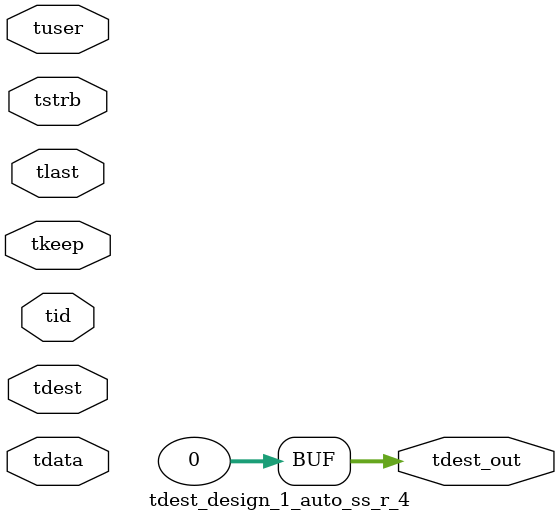
<source format=v>


`timescale 1ps/1ps

module tdest_design_1_auto_ss_r_4 #
(
parameter C_S_AXIS_TDATA_WIDTH = 32,
parameter C_S_AXIS_TUSER_WIDTH = 0,
parameter C_S_AXIS_TID_WIDTH   = 0,
parameter C_S_AXIS_TDEST_WIDTH = 0,
parameter C_M_AXIS_TDEST_WIDTH = 32
)
(
input  [(C_S_AXIS_TDATA_WIDTH == 0 ? 1 : C_S_AXIS_TDATA_WIDTH)-1:0     ] tdata,
input  [(C_S_AXIS_TUSER_WIDTH == 0 ? 1 : C_S_AXIS_TUSER_WIDTH)-1:0     ] tuser,
input  [(C_S_AXIS_TID_WIDTH   == 0 ? 1 : C_S_AXIS_TID_WIDTH)-1:0       ] tid,
input  [(C_S_AXIS_TDEST_WIDTH == 0 ? 1 : C_S_AXIS_TDEST_WIDTH)-1:0     ] tdest,
input  [(C_S_AXIS_TDATA_WIDTH/8)-1:0 ] tkeep,
input  [(C_S_AXIS_TDATA_WIDTH/8)-1:0 ] tstrb,
input                                                                    tlast,
output [C_M_AXIS_TDEST_WIDTH-1:0] tdest_out
);

assign tdest_out = {1'b0};

endmodule


</source>
